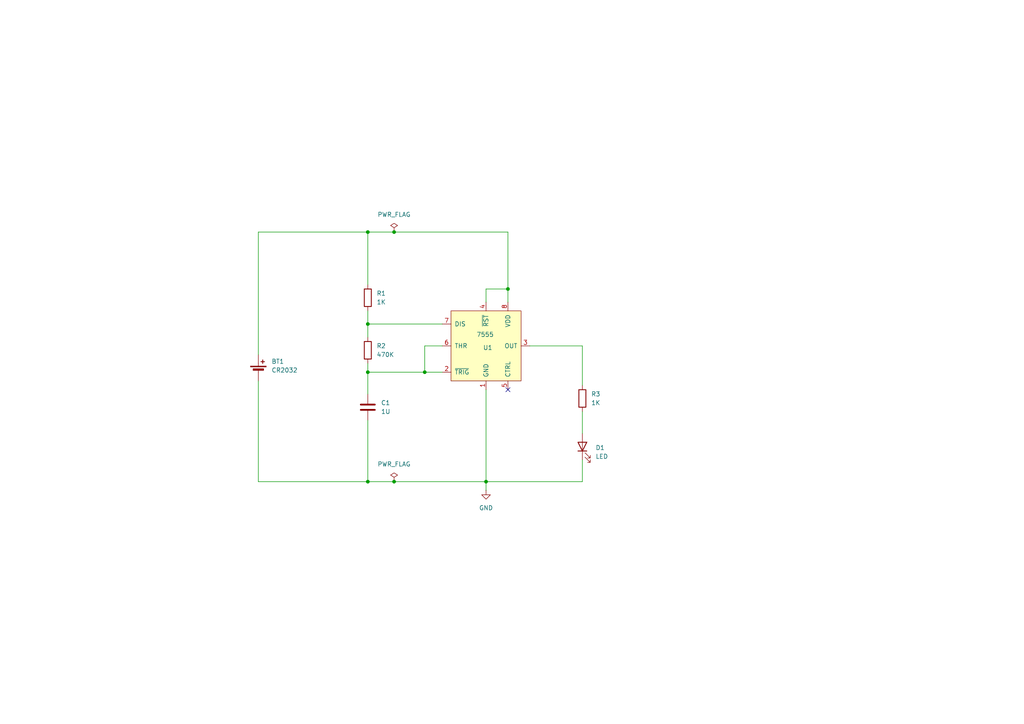
<source format=kicad_sch>
(kicad_sch (version 20250114) (generator "eeschema") (generator_version "9.0")
  (paper "A4")
  (lib_symbols
    (symbol "Device:Battery_Cell" (pin_numbers (hide yes)) (pin_names (offset 0) (hide yes))
      (property "Reference" "BT" (at 2.54 2.54 0))
      (property "Value" "Battery_Cell" (at 2.54 0 0))
      (symbol "Battery_Cell_0_1"
        (rectangle (start -2.286 1.778) (end 2.286 1.524) (fill (type outline)))
        (rectangle (start -1.524 1.016) (end 1.524 0.508) (fill (type outline)))
        (polyline (pts (xy 0 1.778) (xy 0 2.54)))
        (polyline (pts (xy 0 0.762) (xy 0 0)))
        (polyline (pts (xy 0.762 3.048) (xy 1.778 3.048)) (stroke (width 0.254)))
        (polyline (pts (xy 1.27 3.556) (xy 1.27 2.54)) (stroke (width 0.254)))
      )
      (symbol "Battery_Cell_1_1"
        (pin passive line (at 0 5.08 270) (length 2.54) (name "+") (number "1"))
        (pin passive line (at 0 -2.54 90) (length 2.54) (name "-") (number "2"))
      )
    )
    (symbol "Device:C" (pin_numbers (hide yes)) (pin_names (offset 0.254))
      (property "Reference" "C" (at 0.635 2.54 0))
      (property "Value" "C" (at 0.635 -2.54 0))
      (symbol "C_0_1"
        (polyline (pts (xy -2.032 0.762) (xy 2.032 0.762)) (stroke (width 0.508)))
        (polyline (pts (xy -2.032 -0.762) (xy 2.032 -0.762)) (stroke (width 0.508)))
      )
      (symbol "C_1_1"
        (pin passive line (at 0 3.81 270) (length 2.794) (name "~") (number "1"))
        (pin passive line (at 0 -3.81 90) (length 2.794) (name "~") (number "2"))
      )
    )
    (symbol "Device:LED" (pin_numbers (hide yes)) (pin_names (offset 1.016) (hide yes))
      (property "Reference" "D" (at 0 2.54 0))
      (property "Value" "LED" (at 0 -2.54 0))
      (symbol "LED_0_1"
        (polyline (pts (xy -3.048 -0.762) (xy -4.572 -2.286) (xy -3.81 -2.286) (xy -4.572 -2.286) (xy -4.572 -1.524)))
        (polyline (pts (xy -1.778 -0.762) (xy -3.302 -2.286) (xy -2.54 -2.286) (xy -3.302 -2.286) (xy -3.302 -1.524)))
        (polyline (pts (xy -1.27 0) (xy 1.27 0)))
        (polyline (pts (xy -1.27 -1.27) (xy -1.27 1.27)) (stroke (width 0.254)))
        (polyline (pts (xy 1.27 -1.27) (xy 1.27 1.27) (xy -1.27 0) (xy 1.27 -1.27)) (stroke (width 0.254)))
      )
      (symbol "LED_1_1"
        (pin passive line (at -3.81 0 0) (length 2.54) (name "K") (number "1"))
        (pin passive line (at 3.81 0 180) (length 2.54) (name "A") (number "2"))
      )
    )
    (symbol "Device:R" (pin_numbers (hide yes)) (pin_names (offset 0))
      (property "Reference" "R" (at 2.032 0 90))
      (property "Value" "R" (at 0 0 90))
      (symbol "R_0_1"
        (rectangle (start -1.016 -2.54) (end 1.016 2.54) (stroke (width 0.254)))
      )
      (symbol "R_1_1"
        (pin passive line (at 0 3.81 270) (length 1.27) (name "~") (number "1"))
        (pin passive line (at 0 -3.81 90) (length 1.27) (name "~") (number "2"))
      )
    )
    (symbol "GTB5:7555" (pin_names (offset 1.016))
      (property "Reference" "U" (at 0 0 0))
      (property "Value" "7555" (at 0.254 2.794 0))
      (symbol "7555_1_1"
        (rectangle (start -10.16 11.43) (end 10.16 -8.89) (fill (type background)))
        (pin input line (at -12.7 7.62 0) (length 2.54) (name "DIS") (number "7"))
        (pin input line (at -12.7 1.27 0) (length 2.54) (name "THR") (number "6"))
        (pin input line (at -12.7 -6.35 0) (length 2.54) (name "~{TRIG}") (number "2"))
        (pin input line (at 0 13.97 270) (length 2.54) (name "~{RST}") (number "4"))
        (pin power_in line (at 0 -11.43 90) (length 2.54) (name "GND") (number "1"))
        (pin power_in line (at 6.35 13.97 270) (length 2.54) (name "VDD") (number "8"))
        (pin input line (at 6.35 -11.43 90) (length 2.54) (name "CTRL") (number "5"))
        (pin output line (at 12.7 1.27 180) (length 2.54) (name "OUT") (number "3"))
      )
    )
    (symbol "power:GND" (power) (pin_numbers (hide yes)) (pin_names (offset 0) (hide yes))
      (property "Value" "GND" (at 0 -3.81 0))
      (symbol "GND_0_1"
        (polyline (pts (xy 0 0) (xy 0 -1.27) (xy 1.27 -1.27) (xy 0 -2.54) (xy -1.27 -1.27) (xy 0 -1.27)))
      )
      (symbol "GND_1_1"
        (pin power_in line (at 0 0 270) (length 0) (name "~") (number "1"))
      )
    )
    (symbol "power:PWR_FLAG" (power) (pin_numbers (hide yes)) (pin_names (offset 0) (hide yes))
      (property "Value" "PWR_FLAG" (at 0 3.81 0))
      (symbol "PWR_FLAG_0_0"
        (pin power_out line (at 0 0 90) (length 0) (name "~") (number "1"))
      )
      (symbol "PWR_FLAG_0_1"
        (polyline (pts (xy 0 0) (xy 0 1.27) (xy -1.016 1.905) (xy 0 2.54) (xy 1.016 1.905) (xy 0 1.27)))
      )
    )
  )
  (junction (at 140.97 139.7))
  (junction (at 106.68 107.95))
  (junction (at 114.3 139.7))
  (junction (at 106.68 139.7))
  (junction (at 123.19 107.95))
  (junction (at 147.32 83.82))
  (junction (at 106.68 67.31))
  (junction (at 114.3 67.31))
  (junction (at 106.68 93.98))
  (no_connect (at 147.32 113.03))
  (wire (pts (xy 147.32 67.31) (xy 147.32 83.82)))
  (wire (pts (xy 106.68 105.41) (xy 106.68 107.95)))
  (wire (pts (xy 106.68 67.31) (xy 114.3 67.31)))
  (wire (pts (xy 106.68 107.95) (xy 106.68 114.3)))
  (wire (pts (xy 114.3 139.7) (xy 140.97 139.7)))
  (wire (pts (xy 147.32 83.82) (xy 147.32 87.63)))
  (wire (pts (xy 74.93 110.49) (xy 74.93 139.7)))
  (wire (pts (xy 114.3 67.31) (xy 147.32 67.31)))
  (wire (pts (xy 106.68 93.98) (xy 128.27 93.98)))
  (wire (pts (xy 123.19 107.95) (xy 128.27 107.95)))
  (wire (pts (xy 74.93 67.31) (xy 106.68 67.31)))
  (wire (pts (xy 106.68 107.95) (xy 123.19 107.95)))
  (wire (pts (xy 168.91 139.7) (xy 140.97 139.7)))
  (wire (pts (xy 168.91 100.33) (xy 168.91 111.76)))
  (wire (pts (xy 106.68 139.7) (xy 114.3 139.7)))
  (wire (pts (xy 106.68 93.98) (xy 106.68 97.79)))
  (wire (pts (xy 128.27 100.33) (xy 123.19 100.33)))
  (wire (pts (xy 123.19 100.33) (xy 123.19 107.95)))
  (wire (pts (xy 140.97 139.7) (xy 140.97 142.24)))
  (wire (pts (xy 140.97 113.03) (xy 140.97 139.7)))
  (wire (pts (xy 74.93 102.87) (xy 74.93 67.31)))
  (wire (pts (xy 168.91 133.35) (xy 168.91 139.7)))
  (wire (pts (xy 168.91 119.38) (xy 168.91 125.73)))
  (wire (pts (xy 106.68 67.31) (xy 106.68 82.55)))
  (wire (pts (xy 140.97 87.63) (xy 140.97 83.82)))
  (wire (pts (xy 106.68 121.92) (xy 106.68 139.7)))
  (wire (pts (xy 74.93 139.7) (xy 106.68 139.7)))
  (wire (pts (xy 140.97 83.82) (xy 147.32 83.82)))
  (wire (pts (xy 153.67 100.33) (xy 168.91 100.33)))
  (wire (pts (xy 106.68 90.17) (xy 106.68 93.98)))
  (symbol (lib_id "Device:Battery_Cell") (at 74.93 107.95 0) (unit 1)
    (property "Reference" "BT1" (at 78.74 104.8384 0) (effects (justify left)))
    (property "Value" "CR2032" (at 78.74 107.3784 0) (effects (justify left)))
    (property "Footprint" "GettingToBlinky5.0:S8211-46R" (effects (hide yes)))
    (property "Description" "Single-cell battery" (effects (hide yes)))
  )
  (symbol (lib_id "power:PWR_FLAG") (at 114.3 67.31 0) (unit 1)
    (property "Reference" "#FLG01" (effects (hide yes)))
    (property "Value" "PWR_FLAG" (at 114.3 62.23 0))
    (property "Description" "Special symbol for telling ERC where power comes from" (effects (hide yes)))
  )
  (symbol (lib_id "Device:R") (at 106.68 101.6 0) (unit 1)
    (property "Reference" "R2" (at 109.22 100.3299 0) (effects (justify left)))
    (property "Value" "470K" (at 109.22 102.8699 0) (effects (justify left)))
    (property "Footprint" "Resistor_SMD:R_0805_2012Metric_Pad1.20x1.40mm_HandSolder" (effects (hide yes)))
    (property "Description" "Resistor" (effects (hide yes)))
  )
  (symbol (lib_id "power:GND") (at 140.97 142.24 0) (unit 1)
    (property "Reference" "#PWR01" (effects (hide yes)))
    (property "Value" "GND" (at 140.97 147.32 0))
    (property "Description" "Power symbol creates a global label with name \"GND\" , ground" (effects (hide yes)))
  )
  (symbol (lib_id "Device:R") (at 106.68 86.36 0) (unit 1)
    (property "Reference" "R1" (at 109.22 85.0899 0) (effects (justify left)))
    (property "Value" "1K" (at 109.22 87.6299 0) (effects (justify left)))
    (property "Footprint" "Resistor_SMD:R_0805_2012Metric_Pad1.20x1.40mm_HandSolder" (effects (hide yes)))
    (property "Description" "Resistor" (effects (hide yes)))
  )
  (symbol (lib_id "power:PWR_FLAG") (at 114.3 139.7 0) (unit 1)
    (property "Reference" "#FLG02" (effects (hide yes)))
    (property "Value" "PWR_FLAG" (at 114.3 134.62 0))
    (property "Description" "Special symbol for telling ERC where power comes from" (effects (hide yes)))
  )
  (symbol (lib_id "Device:R") (at 168.91 115.57 0) (unit 1)
    (property "Reference" "R3" (at 171.45 114.2999 0) (effects (justify left)))
    (property "Value" "1K" (at 171.45 116.8399 0) (effects (justify left)))
    (property "Footprint" "Resistor_SMD:R_0805_2012Metric_Pad1.20x1.40mm_HandSolder" (effects (hide yes)))
    (property "Description" "Resistor" (effects (hide yes)))
  )
  (symbol (lib_id "GTB5:7555") (at 140.97 101.6 0) (unit 1)
    (property "Reference" "U1" (at 141.478 100.838 0))
    (property "Value" "7555" (at 140.716 97.028 0))
    (property "Footprint" "Package_SO:SOIC-8_3.9x4.9mm_P1.27mm" (effects (hide yes)))
  )
  (symbol (lib_id "Device:LED") (at 168.91 129.54 90) (unit 1)
    (property "Reference" "D1" (at 172.72 129.8574 90) (effects (justify right)))
    (property "Value" "LED" (at 172.72 132.3974 90) (effects (justify right)))
    (property "Footprint" "LED_SMD:LED_0805_2012Metric_Pad1.15x1.40mm_HandSolder" (effects (hide yes)))
    (property "Description" "Light emitting diode" (effects (hide yes)))
    (property "Sim.Pins" "1=K 2=A" (effects (hide yes)))
  )
  (symbol (lib_id "Device:C") (at 106.68 118.11 0) (unit 1)
    (property "Reference" "C1" (at 110.49 116.8399 0) (effects (justify left)))
    (property "Value" "1U" (at 110.49 119.3799 0) (effects (justify left)))
    (property "Footprint" "Capacitor_SMD:C_0805_2012Metric_Pad1.18x1.45mm_HandSolder" (effects (hide yes)))
    (property "Description" "Unpolarized capacitor" (effects (hide yes)))
  )
)
</source>
